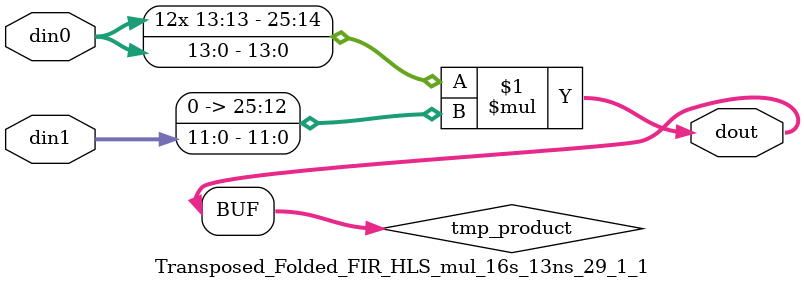
<source format=v>

`timescale 1 ns / 1 ps

 module Transposed_Folded_FIR_HLS_mul_16s_13ns_29_1_1(din0, din1, dout);
parameter ID = 1;
parameter NUM_STAGE = 0;
parameter din0_WIDTH = 14;
parameter din1_WIDTH = 12;
parameter dout_WIDTH = 26;

input [din0_WIDTH - 1 : 0] din0; 
input [din1_WIDTH - 1 : 0] din1; 
output [dout_WIDTH - 1 : 0] dout;

wire signed [dout_WIDTH - 1 : 0] tmp_product;


























assign tmp_product = $signed(din0) * $signed({1'b0, din1});









assign dout = tmp_product;





















endmodule

</source>
